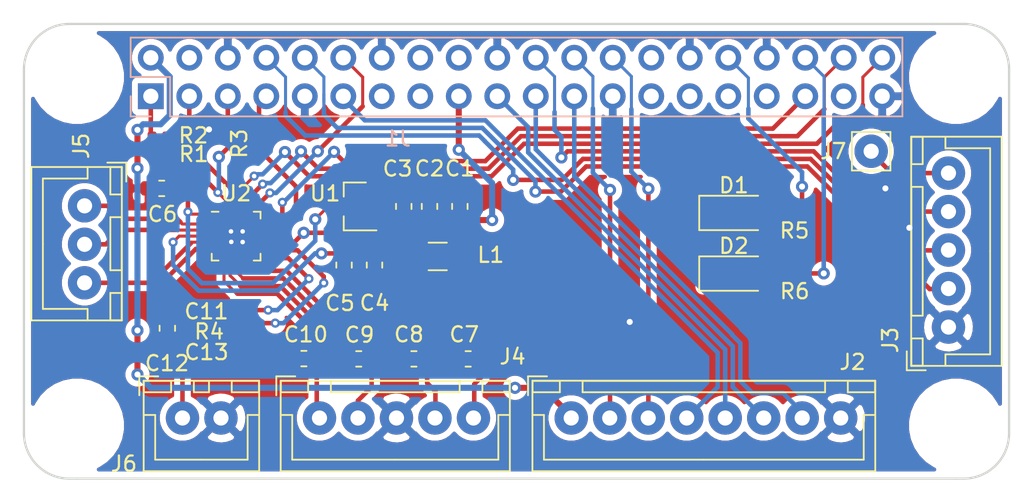
<source format=kicad_pcb>
(kicad_pcb (version 20171130) (host pcbnew "(5.1.6)-1")
  (title_block (title "Raspberry Pi Zero (W) uHAT Template Board") (date 2019-02-28) (rev 1.0) (comment 1 "This PCB design is licensed under MIT Open Source License."))
  (layers (0 F.Cu signal) (31 B.Cu signal) (34 B.Paste user) (35 F.Paste user) (36 B.SilkS user) (37 F.SilkS user) (38 B.Mask user) (39 F.Mask user) (44 Edge.Cuts user))
  (net 0 "")
  (net 1 +3V3)
  (net 2 +5V)
  (net 3 GND)
  (net 4 /GPIO27_GEN2)
  (net 5 /GPIO22_GEN3)
  (net 6 /GPIO23_GEN4)
  (net 7 /GPIO24_GEN5)
  (net 8 /ID_SD)
  (net 9 /ID_SC)
  (net 10 /GPIO5)
  (net 11 /GPIO6)
  (net 12 /GPIO13)
  (net 13 /GPIO26)
  (net 14 TFT_CD)
  (net 15 MOSI)
  (net 16 MISO)
  (net 17 SCLK)
  (net 18 LED_CS)
  (net 19 TOUCH_CS)
  (net 20 "Net-(C4-Pad1)")
  (net 21 "Net-(C6-Pad1)")
  (net 22 "Net-(C7-Pad1)")
  (net 23 LINEIN_L)
  (net 24 LINEIN_R)
  (net 25 "Net-(C8-Pad1)")
  (net 26 "Net-(C9-Pad1)")
  (net 27 LINEOUT_R)
  (net 28 LINEOUT_L)
  (net 29 "Net-(C10-Pad1)")
  (net 30 "Net-(C11-Pad1)")
  (net 31 MIC_IN)
  (net 32 "Net-(C12-Pad1)")
  (net 33 "Net-(C13-Pad1)")
  (net 34 SDA)
  (net 35 SCL)
  (net 36 SGTL_MCLK)
  (net 37 RPI_TX)
  (net 38 RPI_RX)
  (net 39 SGTL_BLCK)
  (net 40 RPI_READY)
  (net 41 I2S_RX_ACTIVE)
  (net 42 SGTL_FCLK)
  (net 43 I2S_TX_ACTIVE)
  (net 44 SGTL_I2S_OUT)
  (net 45 SGTL_I2S_IN)
  (net 46 RPI_RUN)
  (net 47 HP_GND)
  (net 48 HP_R)
  (net 49 HP_L)
  (net 50 "Net-(R3-Pad2)")
  (net 51 "Net-(D1-Pad2)")
  (net 52 "Net-(D2-Pad2)")
  (module Resistor_SMD:R_0402_1005Metric (layer F.Cu) (at 126.472 98.488)
    (fp_text reference R2 (at 2.24 -0.06) (layer F.SilkS))
    (fp_text value 2.2k)
    (pad 2 smd roundrect (at 0.485 0) (size 0.59 0.64) (layers F.Cu F.Paste F.Mask) (net 34 SDA))
    (pad 1 smd roundrect (at -0.485 0) (size 0.59 0.64) (layers F.Cu F.Paste F.Mask) (net 1 +3V3))
  )
  (module Inductor_SMD:L_1206_3216Metric (layer F.Cu) (at 144.832 106.408 180)
    (fp_text reference L1 (at -3.5 0.1) (layer F.SilkS))
    (fp_text value "Ferrite 600")
    (pad 1 smd roundrect (at -1.4 0 180) (size 1.25 1.75) (layers F.Cu F.Paste F.Mask) (roundrect_rratio 0.2) (net 1 +3V3))
    (pad 2 smd roundrect (at 1.4 0 180) (size 1.25 1.75) (layers F.Cu F.Paste F.Mask) (roundrect_rratio 0.2) (net 20 "Net-(C4-Pad1)"))
  )
  (module lib:PinSocket_2x20_P2.54mm_Vertical_Centered_Anchor (layer B.Cu) (at 125.902 95.838 270)
    (fp_text reference J1 (at 2.8 -16.3) (layer B.SilkS) (effects (justify mirror)))
    (fp_text value GPIO_CONNECTOR)
    (pad 1 thru_hole rect (at 0 0 270) (size 1.7 1.7) (drill 1) (layers *.Cu *.Mask) (net 1 +3V3))
    (pad 2 thru_hole oval (at -2.54 0 270) (size 1.7 1.7) (drill 1) (layers *.Cu *.Mask) (net 2 +5V))
    (pad 3 thru_hole oval (at 0 -2.54 270) (size 1.7 1.7) (drill 1) (layers *.Cu *.Mask) (net 34 SDA))
    (pad 4 thru_hole oval (at -2.54 -2.54 270) (size 1.7 1.7) (drill 1) (layers *.Cu *.Mask) (net 2 +5V))
    (pad 5 thru_hole oval (at 0 -5.08 270) (size 1.7 1.7) (drill 1) (layers *.Cu *.Mask) (net 35 SCL))
    (pad 6 thru_hole oval (at -2.54 -5.08 270) (size 1.7 1.7) (drill 1) (layers *.Cu *.Mask) (net 3 GND))
    (pad 7 thru_hole oval (at 0 -7.62 270) (size 1.7 1.7) (drill 1) (layers *.Cu *.Mask) (net 36 SGTL_MCLK))
    (pad 8 thru_hole oval (at -2.54 -7.62 270) (size 1.7 1.7) (drill 1) (layers *.Cu *.Mask) (net 37 RPI_TX))
    (pad 9 thru_hole oval (at 0 -10.16 270) (size 1.7 1.7) (drill 1) (layers *.Cu *.Mask) (net 3 GND))
    (pad 10 thru_hole oval (at -2.54 -10.16 270) (size 1.7 1.7) (drill 1) (layers *.Cu *.Mask) (net 38 RPI_RX))
    (pad 11 thru_hole oval (at 0 -12.7 270) (size 1.7 1.7) (drill 1) (layers *.Cu *.Mask) (net 14 TFT_CD))
    (pad 12 thru_hole oval (at -2.54 -12.7 270) (size 1.7 1.7) (drill 1) (layers *.Cu *.Mask) (net 39 SGTL_BLCK))
    (pad 13 thru_hole oval (at 0 -15.24 270) (size 1.7 1.7) (drill 1) (layers *.Cu *.Mask) (net 4 /GPIO27_GEN2))
    (pad 14 thru_hole oval (at -2.54 -15.24 270) (size 1.7 1.7) (drill 1) (layers *.Cu *.Mask) (net 3 GND))
    (pad 15 thru_hole oval (at 0 -17.78 270) (size 1.7 1.7) (drill 1) (layers *.Cu *.Mask) (net 5 /GPIO22_GEN3))
    (pad 16 thru_hole oval (at -2.54 -17.78 270) (size 1.7 1.7) (drill 1) (layers *.Cu *.Mask) (net 6 /GPIO23_GEN4))
    (pad 17 thru_hole oval (at 0 -20.32 270) (size 1.7 1.7) (drill 1) (layers *.Cu *.Mask) (net 1 +3V3))
    (pad 18 thru_hole oval (at -2.54 -20.32 270) (size 1.7 1.7) (drill 1) (layers *.Cu *.Mask) (net 7 /GPIO24_GEN5))
    (pad 19 thru_hole oval (at 0 -22.86 270) (size 1.7 1.7) (drill 1) (layers *.Cu *.Mask) (net 15 MOSI))
    (pad 20 thru_hole oval (at -2.54 -22.86 270) (size 1.7 1.7) (drill 1) (layers *.Cu *.Mask) (net 3 GND))
    (pad 21 thru_hole oval (at 0 -25.4 270) (size 1.7 1.7) (drill 1) (layers *.Cu *.Mask) (net 16 MISO))
    (pad 22 thru_hole oval (at -2.54 -25.4 270) (size 1.7 1.7) (drill 1) (layers *.Cu *.Mask) (net 40 RPI_READY))
    (pad 23 thru_hole oval (at 0 -27.94 270) (size 1.7 1.7) (drill 1) (layers *.Cu *.Mask) (net 17 SCLK))
    (pad 24 thru_hole oval (at -2.54 -27.94 270) (size 1.7 1.7) (drill 1) (layers *.Cu *.Mask) (net 18 LED_CS))
    (pad 25 thru_hole oval (at 0 -30.48 270) (size 1.7 1.7) (drill 1) (layers *.Cu *.Mask) (net 3 GND))
    (pad 26 thru_hole oval (at -2.54 -30.48 270) (size 1.7 1.7) (drill 1) (layers *.Cu *.Mask) (net 19 TOUCH_CS))
    (pad 27 thru_hole oval (at 0 -33.02 270) (size 1.7 1.7) (drill 1) (layers *.Cu *.Mask) (net 8 /ID_SD))
    (pad 28 thru_hole oval (at -2.54 -33.02 270) (size 1.7 1.7) (drill 1) (layers *.Cu *.Mask) (net 9 /ID_SC))
    (pad 29 thru_hole oval (at 0 -35.56 270) (size 1.7 1.7) (drill 1) (layers *.Cu *.Mask) (net 10 /GPIO5))
    (pad 30 thru_hole oval (at -2.54 -35.56 270) (size 1.7 1.7) (drill 1) (layers *.Cu *.Mask) (net 3 GND))
    (pad 31 thru_hole oval (at 0 -38.1 270) (size 1.7 1.7) (drill 1) (layers *.Cu *.Mask) (net 11 /GPIO6))
    (pad 32 thru_hole oval (at -2.54 -38.1 270) (size 1.7 1.7) (drill 1) (layers *.Cu *.Mask) (net 41 I2S_RX_ACTIVE))
    (pad 33 thru_hole oval (at 0 -40.64 270) (size 1.7 1.7) (drill 1) (layers *.Cu *.Mask) (net 12 /GPIO13))
    (pad 34 thru_hole oval (at -2.54 -40.64 270) (size 1.7 1.7) (drill 1) (layers *.Cu *.Mask) (net 3 GND))
    (pad 35 thru_hole oval (at 0 -43.18 270) (size 1.7 1.7) (drill 1) (layers *.Cu *.Mask) (net 42 SGTL_FCLK))
    (pad 36 thru_hole oval (at -2.54 -43.18 270) (size 1.7 1.7) (drill 1) (layers *.Cu *.Mask) (net 43 I2S_TX_ACTIVE))
    (pad 37 thru_hole oval (at 0 -45.72 270) (size 1.7 1.7) (drill 1) (layers *.Cu *.Mask) (net 13 /GPIO26))
    (pad 38 thru_hole oval (at -2.54 -45.72 270) (size 1.7 1.7) (drill 1) (layers *.Cu *.Mask) (net 44 SGTL_I2S_OUT))
    (pad 39 thru_hole oval (at 0 -48.26 270) (size 1.7 1.7) (drill 1) (layers *.Cu *.Mask) (net 3 GND))
    (pad 40 thru_hole oval (at -2.54 -48.26 270) (size 1.7 1.7) (drill 1) (layers *.Cu *.Mask) (net 45 SGTL_I2S_IN))
  )
  (module lib:MountingHole_2.7mm_M2.5_uHAT_RPi (layer F.Cu) (at 121.032 94.568)
    (fp_text reference H1 hide)
    (fp_text value MountingHole hide)
    (pad "" np_thru_hole circle (at 0 0) (size 2.7 2.7) (drill 2.7) (layers *.Cu *.Mask) (clearance 1.75))
  )
  (module lib:MountingHole_2.7mm_M2.5_uHAT_RPi (layer F.Cu) (at 179.032 94.568)
    (fp_text reference H2 hide)
    (fp_text value MountingHole hide)
    (pad "" np_thru_hole circle (at 0 0) (size 2.7 2.7) (drill 2.7) (layers *.Cu *.Mask) (clearance 1.75))
  )
  (module lib:MountingHole_2.7mm_M2.5_uHAT_RPi (layer F.Cu) (at 179.032 117.568)
    (fp_text reference H3 hide)
    (fp_text value MountingHole hide)
    (pad "" np_thru_hole circle (at 0 0) (size 2.7 2.7) (drill 2.7) (layers *.Cu *.Mask) (clearance 1.75))
  )
  (module lib:MountingHole_2.7mm_M2.5_uHAT_RPi (layer F.Cu) (at 121.032 117.568)
    (fp_text reference H4 hide)
    (fp_text value MountingHole hide)
    (pad "" np_thru_hole circle (at 0 0) (size 2.7 2.7) (drill 2.7) (layers *.Cu *.Mask) (clearance 1.75))
  )
  (module 0_my_footprints:myJSTx08 (layer F.Cu) (at 153.642 117.068)
    (fp_text reference J2 (at 18.56 -3.69) (layer F.SilkS))
    (fp_text value display)
    (pad 1 thru_hole circle (at 0 0) (size 2.2 2.2) (drill 1) (layers *.Cu *.Mask) (net 2 +5V))
    (pad 2 thru_hole circle (at 2.54 0) (size 2.2 2.2) (drill 1) (layers *.Cu *.Mask) (net 18 LED_CS))
    (pad 3 thru_hole circle (at 5.08 0) (size 2.2 2.2) (drill 1) (layers *.Cu *.Mask) (net 19 TOUCH_CS))
    (pad 4 thru_hole circle (at 7.62 0) (size 2.2 2.2) (drill 1) (layers *.Cu *.Mask) (net 14 TFT_CD))
    (pad 5 thru_hole circle (at 10.16 0) (size 2.2 2.2) (drill 1) (layers *.Cu *.Mask) (net 15 MOSI))
    (pad 6 thru_hole circle (at 12.7 0) (size 2.2 2.2) (drill 1) (layers *.Cu *.Mask) (net 16 MISO))
    (pad 7 thru_hole circle (at 15.24 0) (size 2.2 2.2) (drill 1) (layers *.Cu *.Mask) (net 17 SCLK))
    (pad 8 thru_hole circle (at 17.78 0) (size 2.2 2.2) (drill 1) (layers *.Cu *.Mask) (net 3 GND))
  )
  (module Capacitor_SMD:C_0603_1608Metric_Pad1.05x0.95mm_HandSolder (layer F.Cu) (at 146.292 103.108 90)
    (fp_text reference C1 (at 2.5 0 180) (layer F.SilkS))
    (fp_text value 2.2uf)
    (pad 1 smd roundrect (at -0.875 0 90) (size 1.05 0.95) (layers F.Cu F.Paste F.Mask) (net 1 +3V3))
    (pad 2 smd roundrect (at 0.875 0 90) (size 1.05 0.95) (layers F.Cu F.Paste F.Mask) (net 3 GND))
  )
  (module Capacitor_SMD:C_0603_1608Metric_Pad1.05x0.95mm_HandSolder (layer F.Cu) (at 144.292 103.108 90)
    (fp_text reference C2 (at 2.5 0 180) (layer F.SilkS))
    (fp_text value 0.1uf)
    (pad 2 smd roundrect (at 0.875 0 90) (size 1.05 0.95) (layers F.Cu F.Paste F.Mask) (net 3 GND))
    (pad 1 smd roundrect (at -0.875 0 90) (size 1.05 0.95) (layers F.Cu F.Paste F.Mask) (net 1 +3V3))
  )
  (module Capacitor_SMD:C_0603_1608Metric_Pad1.05x0.95mm_HandSolder (layer F.Cu) (at 142.592 103.108 90)
    (fp_text reference C3 (at 2.49 -0.41 180) (layer F.SilkS))
    (fp_text value 0.1uf)
    (pad 1 smd roundrect (at -0.875 0 90) (size 1.05 0.95) (layers F.Cu F.Paste F.Mask) (net 1 +3V3))
    (pad 2 smd roundrect (at 0.875 0 90) (size 1.05 0.95) (layers F.Cu F.Paste F.Mask) (net 3 GND))
  )
  (module Capacitor_SMD:C_0603_1608Metric_Pad1.05x0.95mm_HandSolder (layer F.Cu) (at 140.662 106.978 270)
    (fp_text reference C4 (at 2.5 0 180) (layer F.SilkS))
    (fp_text value 2.2uf)
    (pad 1 smd roundrect (at -0.875 0 270) (size 1.05 0.95) (layers F.Cu F.Paste F.Mask) (net 20 "Net-(C4-Pad1)"))
    (pad 2 smd roundrect (at 0.875 0 270) (size 1.05 0.95) (layers F.Cu F.Paste F.Mask) (net 3 GND))
  )
  (module Capacitor_SMD:C_0603_1608Metric_Pad1.05x0.95mm_HandSolder (layer F.Cu) (at 138.652 106.978 270)
    (fp_text reference C5 (at 2.51 0.27 180) (layer F.SilkS))
    (fp_text value 0.1uf)
    (pad 2 smd roundrect (at 0.875 0 270) (size 1.05 0.95) (layers F.Cu F.Paste F.Mask) (net 3 GND))
    (pad 1 smd roundrect (at -0.875 0 270) (size 1.05 0.95) (layers F.Cu F.Paste F.Mask) (net 20 "Net-(C4-Pad1)"))
  )
  (module Capacitor_SMD:C_0603_1608Metric_Pad1.05x0.95mm_HandSolder (layer F.Cu) (at 126.622 101.918 180)
    (fp_text reference C6 (at -0.05 -1.7) (layer F.SilkS))
    (fp_text value 2.2uf)
    (pad 2 smd roundrect (at 0.875 0 180) (size 1.05 0.95) (layers F.Cu F.Paste F.Mask) (net 3 GND))
    (pad 1 smd roundrect (at -0.875 0 180) (size 1.05 0.95) (layers F.Cu F.Paste F.Mask) (net 21 "Net-(C6-Pad1)"))
  )
  (module Capacitor_SMD:C_0603_1608Metric_Pad1.05x0.95mm_HandSolder (layer F.Cu) (at 146.842 113.168)
    (fp_text reference C7 (at -0.26 -1.61) (layer F.SilkS))
    (fp_text value 2.2uf)
    (pad 1 smd roundrect (at -0.875 0) (size 1.05 0.95) (layers F.Cu F.Paste F.Mask) (net 22 "Net-(C7-Pad1)"))
    (pad 2 smd roundrect (at 0.875 0) (size 1.05 0.95) (layers F.Cu F.Paste F.Mask) (net 23 LINEIN_L))
  )
  (module Capacitor_SMD:C_0603_1608Metric_Pad1.05x0.95mm_HandSolder (layer F.Cu) (at 143.262 113.168)
    (fp_text reference C8 (at -0.33 -1.61) (layer F.SilkS))
    (fp_text value 2.2uf)
    (pad 2 smd roundrect (at 0.875 0) (size 1.05 0.95) (layers F.Cu F.Paste F.Mask) (net 24 LINEIN_R))
    (pad 1 smd roundrect (at -0.875 0) (size 1.05 0.95) (layers F.Cu F.Paste F.Mask) (net 25 "Net-(C8-Pad1)"))
  )
  (module Capacitor_SMD:C_0603_1608Metric_Pad1.05x0.95mm_HandSolder (layer F.Cu) (at 139.622 113.168)
    (fp_text reference C9 (at 0.05 -1.59) (layer F.SilkS))
    (fp_text value 2.2uf)
    (pad 1 smd roundrect (at -0.875 0) (size 1.05 0.95) (layers F.Cu F.Paste F.Mask) (net 26 "Net-(C9-Pad1)"))
    (pad 2 smd roundrect (at 0.875 0) (size 1.05 0.95) (layers F.Cu F.Paste F.Mask) (net 28 LINEOUT_L))
  )
  (module Capacitor_SMD:C_0603_1608Metric_Pad1.05x0.95mm_HandSolder (layer F.Cu) (at 136.002 113.148)
    (fp_text reference C10 (at 0.13 -1.59) (layer F.SilkS))
    (fp_text value 2.2uf)
    (pad 2 smd roundrect (at 0.875 0) (size 1.05 0.95) (layers F.Cu F.Paste F.Mask) (net 27 LINEOUT_R))
    (pad 1 smd roundrect (at -0.875 0) (size 1.05 0.95) (layers F.Cu F.Paste F.Mask) (net 29 "Net-(C10-Pad1)"))
  )
  (module Capacitor_SMD:C_0603_1608Metric_Pad1.05x0.95mm_HandSolder (layer F.Cu) (at 126.992 111.148 270)
    (fp_text reference C12 (at 2.31 0.02 180) (layer F.SilkS))
    (fp_text value 0.15uf)
    (pad 2 smd roundrect (at 0.875 0 270) (size 1.05 0.95) (layers F.Cu F.Paste F.Mask) (net 3 GND))
    (pad 1 smd roundrect (at -0.875 0 270) (size 1.05 0.95) (layers F.Cu F.Paste F.Mask) (net 32 "Net-(C12-Pad1)"))
  )
  (module 0_my_footprints:myJSTx05 (layer F.Cu) (at 178.532 111.068 90)
    (fp_text reference J3 (at -0.86 -3.84 90) (layer F.SilkS))
    (fp_text value esp32)
    (pad 1 thru_hole circle (at 0 0 90) (size 2.2 2.2) (drill 1) (layers *.Cu *.Mask) (net 3 GND))
    (pad 2 thru_hole circle (at 2.54 0 90) (size 2.2 2.2) (drill 1) (layers *.Cu *.Mask) (net 38 RPI_RX))
    (pad 3 thru_hole circle (at 5.08 0 90) (size 2.2 2.2) (drill 1) (layers *.Cu *.Mask) (net 37 RPI_TX))
    (pad 4 thru_hole circle (at 7.62 0 90) (size 2.2 2.2) (drill 1) (layers *.Cu *.Mask) (net 40 RPI_READY))
    (pad 5 thru_hole circle (at 10.16 0 90) (size 2.2 2.2) (drill 1) (layers *.Cu *.Mask) (net 46 RPI_RUN))
  )
  (module 0_my_footprints:myJSTx05 (layer F.Cu) (at 137.032 117.068)
    (fp_text reference J4 (at 12.74 -4.05) (layer F.SilkS))
    (fp_text value audio)
    (pad 5 thru_hole circle (at 10.16 0) (size 2.2 2.2) (drill 1) (layers *.Cu *.Mask) (net 23 LINEIN_L))
    (pad 4 thru_hole circle (at 7.62 0) (size 2.2 2.2) (drill 1) (layers *.Cu *.Mask) (net 24 LINEIN_R))
    (pad 3 thru_hole circle (at 5.08 0) (size 2.2 2.2) (drill 1) (layers *.Cu *.Mask) (net 3 GND))
    (pad 2 thru_hole circle (at 2.54 0) (size 2.2 2.2) (drill 1) (layers *.Cu *.Mask) (net 28 LINEOUT_L))
    (pad 1 thru_hole circle (at 0 0) (size 2.2 2.2) (drill 1) (layers *.Cu *.Mask) (net 27 LINEOUT_R))
  )
  (module 0_my_footprints:myJSTx03 (layer F.Cu) (at 121.532 103.068 270)
    (fp_text reference J5 (at -3.95 0.22 90) (layer F.SilkS))
    (fp_text value HP)
    (pad 1 thru_hole circle (at 0 0 270) (size 2.2 2.2) (drill 1) (layers *.Cu *.Mask) (net 48 HP_R))
    (pad 2 thru_hole circle (at 2.54 0 270) (size 2.2 2.2) (drill 1) (layers *.Cu *.Mask) (net 47 HP_GND))
    (pad 3 thru_hole circle (at 5.08 0 270) (size 2.2 2.2) (drill 1) (layers *.Cu *.Mask) (net 49 HP_L))
  )
  (module 0_my_footprints:myJSTx02 (layer F.Cu) (at 127.992 117.068)
    (fp_text reference J6 (at -3.86 3.02) (layer F.SilkS))
    (fp_text value mic)
    (pad 1 thru_hole circle (at 0 0) (size 2.2 2.2) (drill 1) (layers *.Cu *.Mask) (net 31 MIC_IN))
    (pad 2 thru_hole circle (at 2.54 0) (size 2.2 2.2) (drill 1) (layers *.Cu *.Mask) (net 3 GND))
  )
  (module 0_my_footprints:myPinHeader_1x01 (layer F.Cu) (at 173.432 99.468)
    (fp_text reference J7 (at -2.5 0) (layer F.SilkS))
    (fp_text value RPI_RUN)
    (pad 1 thru_hole circle (at 0 0) (size 2.2 2.2) (drill 1) (layers *.Cu *.Mask) (net 46 RPI_RUN))
  )
  (module Package_DFN_QFN:QFN-20-1EP_3x3mm_P0.4mm_EP1.65x1.65mm (layer F.Cu) (at 131.532 105.068)
    (fp_text reference U2 (at 0 -2.82) (layer F.SilkS))
    (fp_text value pauls_sgtl_5000_20)
    (pad 1 smd roundrect (at -1.45 -0.8) (size 0.85 0.2) (layers F.Cu F.Paste F.Mask) (net 48 HP_R))
    (pad 2 smd roundrect (at -1.45 -0.4) (size 0.85 0.2) (layers F.Cu F.Paste F.Mask) (net 47 HP_GND))
    (pad 3 smd roundrect (at -1.45 0) (size 0.85 0.2) (layers F.Cu F.Paste F.Mask) (net 20 "Net-(C4-Pad1)"))
    (pad 4 smd roundrect (at -1.45 0.4) (size 0.85 0.2) (layers F.Cu F.Paste F.Mask) (net 49 HP_L))
    (pad 5 smd roundrect (at -1.45 0.8) (size 0.85 0.2) (layers F.Cu F.Paste F.Mask) (net 32 "Net-(C12-Pad1)"))
    (pad 6 smd roundrect (at -0.8 1.45) (size 0.2 0.85) (layers F.Cu F.Paste F.Mask) (net 29 "Net-(C10-Pad1)"))
    (pad 7 smd roundrect (at -0.4 1.45) (size 0.2 0.85) (layers F.Cu F.Paste F.Mask) (net 26 "Net-(C9-Pad1)"))
    (pad 8 smd roundrect (at 0 1.45) (size 0.2 0.85) (layers F.Cu F.Paste F.Mask) (net 25 "Net-(C8-Pad1)"))
    (pad 9 smd roundrect (at 0.4 1.45) (size 0.2 0.85) (layers F.Cu F.Paste F.Mask) (net 22 "Net-(C7-Pad1)"))
    (pad 10 smd roundrect (at 0.8 1.45) (size 0.2 0.85) (layers F.Cu F.Paste F.Mask) (net 30 "Net-(C11-Pad1)"))
    (pad 11 smd roundrect (at 1.45 0.8) (size 0.85 0.2) (layers F.Cu F.Paste F.Mask) (net 33 "Net-(C13-Pad1)"))
    (pad 12 smd roundrect (at 1.45 0.4) (size 0.85 0.2) (layers F.Cu F.Paste F.Mask) (net 1 +3V3))
    (pad 13 smd roundrect (at 1.45 0) (size 0.85 0.2) (layers F.Cu F.Paste F.Mask) (net 50 "Net-(R3-Pad2)"))
    (pad 14 smd roundrect (at 1.45 -0.4) (size 0.85 0.2) (layers F.Cu F.Paste F.Mask) (net 42 SGTL_FCLK))
    (pad 15 smd roundrect (at 1.45 -0.8) (size 0.85 0.2) (layers F.Cu F.Paste F.Mask) (net 39 SGTL_BLCK))
    (pad 16 smd roundrect (at 0.8 -1.45) (size 0.2 0.85) (layers F.Cu F.Paste F.Mask) (net 44 SGTL_I2S_OUT))
    (pad 17 smd roundrect (at 0.4 -1.45) (size 0.2 0.85) (layers F.Cu F.Paste F.Mask) (net 45 SGTL_I2S_IN))
    (pad 18 smd roundrect (at 0 -1.45) (size 0.2 0.85) (layers F.Cu F.Paste F.Mask) (net 34 SDA))
    (pad 19 smd roundrect (at -0.4 -1.45) (size 0.2 0.85) (layers F.Cu F.Paste F.Mask) (net 35 SCL))
    (pad 20 smd roundrect (at -0.8 -1.45) (size 0.2 0.85) (layers F.Cu F.Paste F.Mask) (net 21 "Net-(C6-Pad1)"))
    (pad 21 smd rect (at 0 0) (size 1.65 1.65) (layers F.Cu F.Mask) (net 3 GND))
  )
  (module Package_TO_SOT_SMD:SOT-23 (layer F.Cu) (at 139.392 103.108 180)
    (fp_text reference U1 (at 1.99 0.85) (layer F.SilkS))
    (fp_text value AP7313-18)
    (pad 1 smd rect (at -1 -0.95 180) (size 0.9 0.8) (layers F.Cu F.Paste F.Mask) (net 1 +3V3))
    (pad 2 smd rect (at -1 0.95 180) (size 0.9 0.8) (layers F.Cu F.Paste F.Mask) (net 3 GND))
    (pad 3 smd rect (at 1 0 180) (size 0.9 0.8) (layers F.Cu F.Paste F.Mask) (net 21 "Net-(C6-Pad1)"))
  )
  (module Capacitor_SMD:C_0402_1005Metric (layer F.Cu) (at 131.997 109.948 180)
    (fp_text reference C11 (at 2.425 -0.09) (layer F.SilkS))
    (fp_text value 0.1uf)
    (pad 1 smd roundrect (at -0.485 0 180) (size 0.59 0.64) (layers F.Cu F.Paste F.Mask) (net 30 "Net-(C11-Pad1)"))
    (pad 2 smd roundrect (at 0.485 0 180) (size 0.59 0.64) (layers F.Cu F.Paste F.Mask) (net 31 MIC_IN))
  )
  (module Capacitor_SMD:C_0402_1005Metric (layer F.Cu) (at 132.002 112.608 180)
    (fp_text reference C13 (at 2.42 -0.12) (layer F.SilkS))
    (fp_text value 2.2uf)
    (pad 2 smd roundrect (at 0.485 0 180) (size 0.59 0.64) (layers F.Cu F.Paste F.Mask) (net 3 GND))
    (pad 1 smd roundrect (at -0.485 0 180) (size 0.59 0.64) (layers F.Cu F.Paste F.Mask) (net 33 "Net-(C13-Pad1)"))
  )
  (module LED_SMD:LED_1206_3216Metric (layer F.Cu) (at 164.372 103.538)
    (fp_text reference D1 (at 0 -1.82) (layer F.SilkS))
    (fp_text value LED)
    (pad 2 smd roundrect (at 1.4 0) (size 1.25 1.75) (layers F.Cu F.Paste F.Mask) (roundrect_rratio 0.2) (net 51 "Net-(D1-Pad2)"))
    (pad 1 smd roundrect (at -1.4 0) (size 1.25 1.75) (layers F.Cu F.Paste F.Mask) (roundrect_rratio 0.2) (net 3 GND))
  )
  (module LED_SMD:LED_1206_3216Metric (layer F.Cu) (at 164.372 107.538)
    (fp_text reference D2 (at 0 -1.82) (layer F.SilkS))
    (fp_text value LED)
    (pad 1 smd roundrect (at -1.4 0) (size 1.25 1.75) (layers F.Cu F.Paste F.Mask) (roundrect_rratio 0.2) (net 3 GND))
    (pad 2 smd roundrect (at 1.4 0) (size 1.25 1.75) (layers F.Cu F.Paste F.Mask) (roundrect_rratio 0.2) (net 52 "Net-(D2-Pad2)"))
  )
  (module Resistor_SMD:R_0402_1005Metric (layer F.Cu) (at 126.462 99.668)
    (fp_text reference R1 (at 2.27 -0.01) (layer F.SilkS))
    (fp_text value 2.2k)
    (pad 2 smd roundrect (at 0.485 0) (size 0.59 0.64) (layers F.Cu F.Paste F.Mask) (net 35 SCL))
    (pad 1 smd roundrect (at -0.485 0) (size 0.59 0.64) (layers F.Cu F.Paste F.Mask) (net 1 +3V3))
  )
  (module Resistor_SMD:R_0402_1005Metric (layer F.Cu) (at 133.002 98.818 270)
    (fp_text reference R3 (at 0.15 1.26 90) (layer F.SilkS))
    (fp_text value 100)
    (pad 1 smd roundrect (at -0.485 0 270) (size 0.59 0.64) (layers F.Cu F.Paste F.Mask) (net 36 SGTL_MCLK))
    (pad 2 smd roundrect (at 0.485 0 270) (size 0.59 0.64) (layers F.Cu F.Paste F.Mask) (net 50 "Net-(R3-Pad2)"))
  )
  (module Resistor_SMD:R_0402_1005Metric (layer F.Cu) (at 132.012 111.238 180)
    (fp_text reference R4 (at 2.26 -0.13) (layer F.SilkS))
    (fp_text value 2.2k)
    (pad 1 smd roundrect (at -0.485 0 180) (size 0.59 0.64) (layers F.Cu F.Paste F.Mask) (net 33 "Net-(C13-Pad1)"))
    (pad 2 smd roundrect (at 0.485 0 180) (size 0.59 0.64) (layers F.Cu F.Paste F.Mask) (net 31 MIC_IN))
  )
  (module Resistor_SMD:R_0402_1005Metric (layer F.Cu) (at 168.372 103.538 180)
    (fp_text reference R5 (at 0 -1.17) (layer F.SilkS))
    (fp_text value 2.2k)
    (pad 2 smd roundrect (at 0.485 0 180) (size 0.59 0.64) (layers F.Cu F.Paste F.Mask) (net 51 "Net-(D1-Pad2)"))
    (pad 1 smd roundrect (at -0.485 0 180) (size 0.59 0.64) (layers F.Cu F.Paste F.Mask) (net 41 I2S_RX_ACTIVE))
  )
  (module Resistor_SMD:R_0402_1005Metric (layer F.Cu) (at 168.387 107.538 180)
    (fp_text reference R6 (at 0 -1.17) (layer F.SilkS))
    (fp_text value 2.2k)
    (pad 1 smd roundrect (at -0.485 0 180) (size 0.59 0.64) (layers F.Cu F.Paste F.Mask) (net 43 I2S_TX_ACTIVE))
    (pad 2 smd roundrect (at 0.485 0 180) (size 0.59 0.64) (layers F.Cu F.Paste F.Mask) (net 52 "Net-(D2-Pad2)"))
  )
  (gr_line (start 121.032 121.068) (end 120.532 121.068) (layer Edge.Cuts) (width 0.15))
  (gr_line (start 179.032 121.068) (end 179.532 121.068) (layer Edge.Cuts) (width 0.15))
  (gr_line (start 182.532 94.068) (end 182.532 118.068) (layer Edge.Cuts) (width 0.15))
  (gr_line (start 120.532 91.068) (end 179.532 91.068) (layer Edge.Cuts) (width 0.15))
  (gr_line (start 117.532 118.068) (end 117.532 94.068) (layer Edge.Cuts) (width 0.15))
  (gr_arc (start 120.532 94.068) (end 120.532 91.068) (angle -90) (layer Edge.Cuts) (width 0.15))
  (gr_arc (start 120.532 118.068) (end 117.532 118.068) (angle -90) (layer Edge.Cuts) (width 0.15))
  (gr_arc (start 179.532 118.068) (end 179.532 121.068) (angle -90) (layer Edge.Cuts) (width 0.15))
  (gr_arc (start 179.532 94.068) (end 182.532 94.068) (angle -90) (layer Edge.Cuts) (width 0.15))
  (gr_line (start 121.032 121.068) (end 179.032 121.068) (layer Edge.Cuts) (width 0.15))
  (via (at 131.962 105.458) (size 0.6) (drill 0.3) (layers F.Cu B.Cu) (net 3))
  (via (at 131.212 105.448) (size 0.6) (drill 0.3) (layers F.Cu B.Cu) (net 3))
  (via (at 131.962 104.758) (size 0.6) (drill 0.3) (layers F.Cu B.Cu) (net 3))
  (via (at 131.192 104.758) (size 0.6) (drill 0.3) (layers F.Cu B.Cu) (net 3))
  (segment (start 146.222 99.368) (end 146.222 99.368) (width 0.3) (layer F.Cu) (net 1))
  (via (at 146.222 99.368) (size 0.8) (drill 0.4) (layers F.Cu B.Cu) (net 1))
  (segment (start 125.977 98.533) (end 125.992 98.518) (width 0.2) (layer F.Cu) (net 1))
  (segment (start 135.992 104.848) (end 135.992 104.848) (width 0.2) (layer F.Cu) (net 1))
  (segment (start 146.292 106.298) (end 146.312 106.318) (width 0.2) (layer F.Cu) (net 1))
  (segment (start 125.902 95.838) (end 125.902 99.718) (width 0.3) (layer F.Cu) (net 1))
  (segment (start 125.902 99.718) (end 125.932 99.748) (width 0.3) (layer F.Cu) (net 1))
  (segment (start 135.992 104.848) (end 135.992 104.848) (width 0.3) (layer F.Cu) (net 1))
  (segment (start 135.372 105.468) (end 134.672 105.468) (width 0.3) (layer F.Cu) (net 1))
  (segment (start 132.982 105.468) (end 134.672 105.468) (width 0.2) (layer F.Cu) (net 1))
  (segment (start 135.992 104.848) (end 135.372 105.468) (width 0.3) (layer F.Cu) (net 1))
  (via (at 135.992 104.848) (size 0.8) (drill 0.4) (layers F.Cu B.Cu) (net 1))
  (segment (start 135.992 104.848) (end 138.282 104.848) (width 0.3) (layer F.Cu) (net 1))
  (segment (start 138.282 104.848) (end 139.082 104.048) (width 0.3) (layer F.Cu) (net 1))
  (segment (start 139.082 104.048) (end 146.312 104.048) (width 0.3) (layer F.Cu) (net 1))
  (segment (start 146.292 103.983) (end 146.292 106.168) (width 0.3) (layer F.Cu) (net 1))
  (segment (start 146.292 106.168) (end 146.282 106.178) (width 0.3) (layer F.Cu) (net 1))
  (segment (start 146.222 95.838) (end 146.222 99.368) (width 0.4) (layer F.Cu) (net 1))
  (segment (start 146.222 99.368) (end 148.422 101.568) (width 0.4) (layer B.Cu) (net 1))
  (segment (start 148.422 101.568) (end 148.422 104.008) (width 0.4) (layer B.Cu) (net 1))
  (segment (start 148.422 104.008) (end 148.422 104.008) (width 0.4) (layer B.Cu) (net 1))
  (via (at 148.422 104.008) (size 0.8) (drill 0.4) (layers F.Cu B.Cu) (net 1))
  (segment (start 148.422 104.008) (end 146.302 104.008) (width 0.4) (layer F.Cu) (net 1))
  (segment (start 151.782 115.078) (end 153.742 117.038) (width 0.4) (layer F.Cu) (net 2))
  (segment (start 125.022 114.198) (end 125.902 115.078) (width 0.4) (layer B.Cu) (net 2))
  (via (at 125.022 114.198) (size 0.8) (drill 0.4) (layers F.Cu B.Cu) (net 2))
  (segment (start 149.932 115.078) (end 151.782 115.078) (width 0.4) (layer F.Cu) (net 2))
  (via (at 149.932 115.078) (size 0.8) (drill 0.4) (layers F.Cu B.Cu) (net 2))
  (segment (start 125.902 115.078) (end 149.932 115.078) (width 0.4) (layer B.Cu) (net 2))
  (segment (start 127.152001 97.087999) (end 127.152001 94.548001) (width 0.4) (layer B.Cu) (net 2))
  (segment (start 126.552 97.688) (end 127.152001 97.087999) (width 0.4) (layer B.Cu) (net 2))
  (segment (start 125.392 97.688) (end 126.552 97.688) (width 0.4) (layer B.Cu) (net 2))
  (segment (start 127.152001 94.548001) (end 125.902 93.298) (width 0.4) (layer B.Cu) (net 2))
  (segment (start 125.022 98.058) (end 125.392 97.688) (width 0.4) (layer B.Cu) (net 2))
  (segment (start 125.022 114.198) (end 125.022 111.288) (width 0.4) (layer F.Cu) (net 2))
  (segment (start 125.022 100.588) (end 125.022 98.058) (width 0.4) (layer F.Cu) (net 2))
  (via (at 125.022 100.588) (size 0.8) (drill 0.4) (layers F.Cu B.Cu) (net 2))
  (segment (start 125.022 111.288) (end 125.022 100.588) (width 0.4) (layer B.Cu) (net 2))
  (via (at 125.022 111.288) (size 0.8) (drill 0.4) (layers F.Cu B.Cu) (net 2))
  (segment (start 125.022 98.058) (end 125.022 98.058) (width 0.4) (layer B.Cu) (net 2))
  (via (at 125.022 98.058) (size 0.8) (drill 0.4) (layers F.Cu B.Cu) (net 2))
  (via (at 157.502 110.728) (size 0.8) (drill 0.4) (layers F.Cu B.Cu) (net 3))
  (via (at 174.372 101.918) (size 0.8) (drill 0.4) (layers F.Cu B.Cu) (net 3))
  (via (at 129.742 98.028) (size 0.8) (drill 0.4) (layers F.Cu B.Cu) (net 3))
  (via (at 175.952 104.518) (size 0.8) (drill 0.4) (layers F.Cu B.Cu) (net 3))
  (segment (start 140.022 97.428) (end 138.682 96.088) (width 0.3) (layer B.Cu) (net 14))
  (segment (start 147.982 97.428) (end 140.022 97.428) (width 0.3) (layer B.Cu) (net 14))
  (segment (start 161.262 117.068) (end 163.30199 115.02801) (width 0.3) (layer B.Cu) (net 14))
  (segment (start 163.30199 115.02801) (end 163.30199 112.754232) (width 0.3) (layer B.Cu) (net 14))
  (segment (start 163.30199 112.754232) (end 149.962 99.414242) (width 0.3) (layer B.Cu) (net 14))
  (segment (start 149.962 99.414242) (end 149.962 99.408) (width 0.3) (layer B.Cu) (net 14))
  (segment (start 149.962 99.408) (end 147.982 97.428) (width 0.3) (layer B.Cu) (net 14))
  (segment (start 163.822 117.108) (end 163.822 116.238) (width 0.2) (layer B.Cu) (net 15))
  (segment (start 148.762 95.838) (end 150.182 97.258) (width 0.2) (layer B.Cu) (net 15))
  (segment (start 148.762 95.838) (end 150.80199 97.87799) (width 0.3) (layer B.Cu) (net 15))
  (segment (start 150.80199 99.547112) (end 152.992878 101.738) (width 0.3) (layer B.Cu) (net 15))
  (segment (start 150.80199 97.87799) (end 150.80199 99.547112) (width 0.3) (layer B.Cu) (net 15))
  (segment (start 163.802 112.547122) (end 163.787439 112.532561) (width 0.3) (layer B.Cu) (net 15))
  (segment (start 163.802 117.068) (end 163.802 112.547122) (width 0.3) (layer B.Cu) (net 15))
  (segment (start 152.992878 101.738) (end 163.787439 112.532561) (width 0.3) (layer B.Cu) (net 15))
  (segment (start 151.302 95.838) (end 151.47201 96.00801) (width 0.2) (layer B.Cu) (net 16))
  (segment (start 151.302 95.838) (end 151.302 99.340002) (width 0.3) (layer B.Cu) (net 16))
  (segment (start 166.342 117.068) (end 164.30201 115.02801) (width 0.3) (layer B.Cu) (net 16))
  (segment (start 164.30201 112.340012) (end 164.035999 112.074001) (width 0.3) (layer B.Cu) (net 16))
  (segment (start 164.30201 115.02801) (end 164.30201 112.340012) (width 0.3) (layer B.Cu) (net 16))
  (segment (start 151.302 99.340002) (end 164.035999 112.074001) (width 0.3) (layer B.Cu) (net 16))
  (segment (start 153.842 97.418) (end 153.842 95.838) (width 0.2) (layer B.Cu) (net 17))
  (segment (start 153.842 95.838) (end 153.842 101.128) (width 0.3) (layer B.Cu) (net 17))
  (segment (start 168.832 116.118) (end 168.832 117.228) (width 0.3) (layer B.Cu) (net 17))
  (segment (start 153.842 101.128) (end 154.087 101.373) (width 0.3) (layer B.Cu) (net 17))
  (segment (start 154.087 101.373) (end 159.852 107.138) (width 0.3) (layer B.Cu) (net 17))
  (segment (start 164.252 111.538) (end 164.252 111.582882) (width 0.3) (layer B.Cu) (net 17))
  (segment (start 164.252 111.582882) (end 164.80202 112.132902) (width 0.3) (layer B.Cu) (net 17))
  (segment (start 153.842 101.128) (end 164.252 111.538) (width 0.3) (layer B.Cu) (net 17))
  (segment (start 164.80202 112.132902) (end 164.80202 114.62802) (width 0.3) (layer B.Cu) (net 17))
  (segment (start 164.80202 114.62802) (end 165.592 115.418) (width 0.3) (layer B.Cu) (net 17))
  (segment (start 165.592 115.418) (end 167.612 115.418) (width 0.3) (layer B.Cu) (net 17))
  (segment (start 167.612 115.418) (end 168.692 116.498) (width 0.3) (layer B.Cu) (net 17))
  (segment (start 153.842 93.298) (end 155.072 94.528) (width 0.2) (layer B.Cu) (net 18))
  (segment (start 155.072 98.118) (end 155.072 96.638) (width 0.2) (layer B.Cu) (net 18))
  (segment (start 155.072 94.528) (end 155.072 96.638) (width 0.2) (layer B.Cu) (net 18))
  (segment (start 155.072 96.638) (end 155.072 97.428) (width 0.2) (layer B.Cu) (net 18))
  (segment (start 155.072 96.638) (end 155.072 100.888) (width 0.3) (layer B.Cu) (net 18))
  (segment (start 155.072 100.888) (end 156.202 102.018) (width 0.3) (layer B.Cu) (net 18))
  (segment (start 156.202 102.018) (end 156.202 102.018) (width 0.3) (layer B.Cu) (net 18))
  (via (at 156.202 102.018) (size 0.8) (drill 0.4) (layers F.Cu B.Cu) (net 18))
  (segment (start 156.202 102.018) (end 156.202 117.118) (width 0.3) (layer F.Cu) (net 18))
  (segment (start 156.202 117.118) (end 156.292 117.208) (width 0.3) (layer F.Cu) (net 18))
  (segment (start 156.382 93.298) (end 157.612 94.528) (width 0.2) (layer B.Cu) (net 19))
  (segment (start 157.612 94.528) (end 157.612 96.588) (width 0.2) (layer B.Cu) (net 19))
  (segment (start 157.612 96.698) (end 157.612 97.208) (width 0.2) (layer B.Cu) (net 19))
  (segment (start 157.612 96.698) (end 157.612 100.818) (width 0.3) (layer B.Cu) (net 19))
  (segment (start 157.612 96.588) (end 157.612 96.698) (width 0.2) (layer B.Cu) (net 19))
  (segment (start 157.612 100.818) (end 158.732 101.938) (width 0.3) (layer B.Cu) (net 19))
  (segment (start 158.732 101.938) (end 158.732 101.938) (width 0.3) (layer B.Cu) (net 19))
  (via (at 158.732 101.938) (size 0.8) (drill 0.4) (layers F.Cu B.Cu) (net 19))
  (segment (start 158.732 101.938) (end 158.732 117.208) (width 0.3) (layer F.Cu) (net 19))
  (segment (start 158.732 117.208) (end 158.692 117.248) (width 0.3) (layer F.Cu) (net 19))
  (segment (start 127.372 106.408) (end 127.372 105.468) (width 0.2) (layer B.Cu) (net 20))
  (segment (start 127.372 105.958) (end 127.372 106.408) (width 0.2) (layer B.Cu) (net 20))
  (segment (start 127.372 105.468) (end 127.372 105.268) (width 0.2) (layer B.Cu) (net 20))
  (via (at 127.372 105.468) (size 0.6) (drill 0.3) (layers F.Cu B.Cu) (net 20))
  (segment (start 127.772 105.068) (end 127.372 105.468) (width 0.2) (layer F.Cu) (net 20))
  (segment (start 130.082 105.068) (end 127.772 105.068) (width 0.2) (layer F.Cu) (net 20))
  (segment (start 137.162 106.208) (end 137.162 106.208) (width 0.2) (layer B.Cu) (net 20))
  (segment (start 143.432 106.408) (end 143.362 106.408) (width 0.2) (layer F.Cu) (net 20))
  (segment (start 143.362 106.408) (end 143.162 106.208) (width 0.2) (layer F.Cu) (net 20))
  (segment (start 129.064878 108.667998) (end 129.212 108.667998) (width 0.3) (layer B.Cu) (net 20))
  (segment (start 127.372 105.468) (end 127.372 106.97512) (width 0.3) (layer B.Cu) (net 20))
  (segment (start 127.372 106.97512) (end 129.064878 108.667998) (width 0.3) (layer B.Cu) (net 20))
  (segment (start 134.277736 108.668) (end 136.737736 106.208) (width 0.3) (layer B.Cu) (net 20))
  (segment (start 129.06488 108.668) (end 134.277736 108.668) (width 0.3) (layer B.Cu) (net 20))
  (segment (start 129.01488 108.618) (end 129.06488 108.668) (width 0.3) (layer B.Cu) (net 20))
  (segment (start 136.737736 106.208) (end 137.162 106.208) (width 0.3) (layer B.Cu) (net 20))
  (segment (start 137.162 106.208) (end 137.162 106.208) (width 0.2) (layer B.Cu) (net 20))
  (via (at 137.162 106.208) (size 0.8) (drill 0.4) (layers F.Cu B.Cu) (net 20))
  (segment (start 137.162 106.208) (end 143.472 106.208) (width 0.3) (layer F.Cu) (net 20))
  (segment (start 130.732 103.618) (end 128.502 103.618) (width 0.2) (layer F.Cu) (net 21))
  (segment (start 128.502 103.618) (end 128.352 103.468) (width 0.2) (layer F.Cu) (net 21))
  (segment (start 128.352 103.468) (end 128.352 103.468) (width 0.2) (layer F.Cu) (net 21))
  (via (at 128.352 103.468) (size 0.6) (drill 0.3) (layers F.Cu B.Cu) (net 21))
  (segment (start 136.752 103.958) (end 136.752 103.958) (width 0.2) (layer B.Cu) (net 21))
  (segment (start 136.812 103.898) (end 136.752 103.958) (width 0.2) (layer F.Cu) (net 21))
  (segment (start 136.752 103.958) (end 137.542 103.168) (width 0.2) (layer F.Cu) (net 21))
  (segment (start 137.542 103.168) (end 138.462 103.168) (width 0.2) (layer F.Cu) (net 21))
  (segment (start 138.462 103.168) (end 138.492 103.138) (width 0.2) (layer F.Cu) (net 21))
  (segment (start 128.352 107.248) (end 128.352 103.468) (width 0.3) (layer B.Cu) (net 21))
  (segment (start 129.27199 108.16799) (end 128.352 107.248) (width 0.3) (layer B.Cu) (net 21))
  (segment (start 133.96201 108.16799) (end 129.27199 108.16799) (width 0.3) (layer B.Cu) (net 21))
  (segment (start 136.752 103.958) (end 136.752 105.378) (width 0.3) (layer B.Cu) (net 21))
  (segment (start 136.752 105.378) (end 133.96201 108.16799) (width 0.3) (layer B.Cu) (net 21))
  (segment (start 136.752 103.958) (end 136.752 103.958) (width 0.2) (layer B.Cu) (net 21))
  (via (at 136.752 103.958) (size 0.8) (drill 0.4) (layers F.Cu B.Cu) (net 21))
  (segment (start 128.352 103.468) (end 128.352 102.728) (width 0.3) (layer F.Cu) (net 21))
  (segment (start 128.352 102.728) (end 127.512 101.888) (width 0.3) (layer F.Cu) (net 21))
  (segment (start 145.447 112.583) (end 145.932 113.068) (width 0.2) (layer F.Cu) (net 22))
  (segment (start 145.967 113.168) (end 145.967 112.803) (width 0.3) (layer F.Cu) (net 22))
  (segment (start 131.932 106.518) (end 131.932 107.108) (width 0.2) (layer F.Cu) (net 22))
  (segment (start 131.932 107.108) (end 132.182 107.358) (width 0.2) (layer F.Cu) (net 22))
  (segment (start 145.052 112.248) (end 145.922 113.118) (width 0.3) (layer F.Cu) (net 22))
  (segment (start 145.967 113.163) (end 145.052 112.248) (width 0.3) (layer F.Cu) (net 22))
  (segment (start 145.967 113.168) (end 145.967 113.163) (width 0.3) (layer F.Cu) (net 22))
  (segment (start 136.350999 108.843001) (end 134.865998 107.358) (width 0.3) (layer F.Cu) (net 22))
  (segment (start 136.350999 108.859001) (end 136.350999 108.843001) (width 0.3) (layer F.Cu) (net 22))
  (segment (start 145.052 112.248) (end 143.01912 112.248) (width 0.3) (layer F.Cu) (net 22))
  (segment (start 139.369968 111.80799) (end 139.334978 111.84298) (width 0.3) (layer F.Cu) (net 22))
  (segment (start 143.01912 112.248) (end 142.57911 111.80799) (width 0.3) (layer F.Cu) (net 22))
  (segment (start 134.865998 107.358) (end 132.182 107.358) (width 0.3) (layer F.Cu) (net 22))
  (segment (start 142.57911 111.80799) (end 139.369968 111.80799) (width 0.3) (layer F.Cu) (net 22))
  (segment (start 139.334978 111.84298) (end 136.350999 108.859001) (width 0.3) (layer F.Cu) (net 22))
  (segment (start 147.172 117.008) (end 147.152 117.028) (width 0.2) (layer F.Cu) (net 23))
  (segment (start 147.717 113.168) (end 147.717 114.363) (width 0.3) (layer F.Cu) (net 23))
  (segment (start 147.717 114.363) (end 147.242 114.838) (width 0.3) (layer F.Cu) (net 23))
  (segment (start 147.242 114.838) (end 147.242 117.088) (width 0.3) (layer F.Cu) (net 23))
  (segment (start 144.137 113.168) (end 144.137 114.763) (width 0.3) (layer F.Cu) (net 24))
  (segment (start 144.137 114.763) (end 144.682 115.308) (width 0.3) (layer F.Cu) (net 24))
  (segment (start 144.682 115.308) (end 144.682 117.128) (width 0.3) (layer F.Cu) (net 24))
  (segment (start 131.532 106.518) (end 131.532 107.398) (width 0.2) (layer F.Cu) (net 25))
  (segment (start 131.532 107.398) (end 131.992 107.858) (width 0.2) (layer F.Cu) (net 25))
  (segment (start 142.372 113.168) (end 142.372 113.128) (width 0.3) (layer F.Cu) (net 25))
  (segment (start 142.372 112.308) (end 142.372 113.168) (width 0.3) (layer F.Cu) (net 25))
  (segment (start 139.127868 112.34299) (end 142.33701 112.34299) (width 0.3) (layer F.Cu) (net 25))
  (segment (start 131.992 107.858) (end 134.658878 107.858) (width 0.3) (layer F.Cu) (net 25))
  (segment (start 134.658878 107.858) (end 134.658878 107.874) (width 0.3) (layer F.Cu) (net 25))
  (segment (start 134.658878 107.874) (end 139.127868 112.34299) (width 0.3) (layer F.Cu) (net 25))
  (segment (start 142.33701 112.34299) (end 142.372 112.308) (width 0.3) (layer F.Cu) (net 25))
  (segment (start 131.132 106.518) (end 131.132 107.669398) (width 0.2) (layer F.Cu) (net 26))
  (segment (start 131.132 107.669398) (end 131.133398 107.669398) (width 0.2) (layer F.Cu) (net 26))
  (segment (start 131.133398 107.669398) (end 131.712 108.248) (width 0.2) (layer F.Cu) (net 26))
  (segment (start 131.712 108.248) (end 131.712 108.258) (width 0.2) (layer F.Cu) (net 26))
  (segment (start 131.712 108.258) (end 131.812 108.358) (width 0.2) (layer F.Cu) (net 26))
  (segment (start 134.445758 108.368) (end 138.732 112.654242) (width 0.3) (layer F.Cu) (net 26))
  (segment (start 138.732 112.654242) (end 138.732 113.118) (width 0.3) (layer F.Cu) (net 26))
  (segment (start 131.822 108.368) (end 131.812 108.358) (width 0.3) (layer F.Cu) (net 26))
  (segment (start 134.445758 108.368) (end 131.822 108.368) (width 0.3) (layer F.Cu) (net 26))
  (segment (start 136.877 117.123) (end 136.992 117.238) (width 0.2) (layer F.Cu) (net 27))
  (segment (start 137.032 117.068) (end 137.032 117.038) (width 0.3) (layer F.Cu) (net 27))
  (segment (start 137.032 117.038) (end 136.852 116.858) (width 0.3) (layer F.Cu) (net 27))
  (segment (start 136.852 116.858) (end 136.852 113.078) (width 0.3) (layer F.Cu) (net 27))
  (segment (start 139.572 117.068) (end 139.572 115.918) (width 0.3) (layer F.Cu) (net 28))
  (segment (start 139.572 115.918) (end 140.472 115.018) (width 0.3) (layer F.Cu) (net 28))
  (segment (start 140.472 115.018) (end 140.472 113.178) (width 0.3) (layer F.Cu) (net 28))
  (segment (start 130.732 106.518) (end 130.732 107.835096) (width 0.2) (layer F.Cu) (net 29))
  (segment (start 130.732 107.835096) (end 130.732 108.038) (width 0.2) (layer F.Cu) (net 29))
  (segment (start 130.732 108.038) (end 131.592 108.898) (width 0.2) (layer F.Cu) (net 29))
  (segment (start 134.238648 108.86801) (end 133.55199 108.86801) (width 0.3) (layer F.Cu) (net 29))
  (segment (start 134.238648 108.86801) (end 131.61489 108.86801) (width 0.3) (layer F.Cu) (net 29))
  (segment (start 135.897 112.433) (end 135.927 112.433) (width 0.3) (layer F.Cu) (net 29))
  (segment (start 135.162 113.168) (end 135.897 112.433) (width 0.3) (layer F.Cu) (net 29))
  (segment (start 136.327 110.956362) (end 136.300319 110.929681) (width 0.3) (layer F.Cu) (net 29))
  (segment (start 136.327 112.033) (end 136.327 110.956362) (width 0.3) (layer F.Cu) (net 29))
  (segment (start 135.927 112.433) (end 136.327 112.033) (width 0.3) (layer F.Cu) (net 29))
  (segment (start 136.300319 110.929681) (end 134.238648 108.86801) (width 0.3) (layer F.Cu) (net 29))
  (via (at 136.332 107.878) (size 0.6) (drill 0.3) (layers F.Cu B.Cu) (net 30))
  (segment (start 133.642 109.948) (end 133.642 109.948) (width 0.2) (layer F.Cu) (net 30))
  (via (at 133.642 109.948) (size 0.6) (drill 0.3) (layers F.Cu B.Cu) (net 30))
  (segment (start 132.332 106.518) (end 133.892 106.518) (width 0.2) (layer F.Cu) (net 30))
  (segment (start 134.972 106.518) (end 133.892 106.518) (width 0.3) (layer F.Cu) (net 30))
  (segment (start 136.332 107.878) (end 134.972 106.518) (width 0.3) (layer F.Cu) (net 30))
  (segment (start 134.262 109.948) (end 136.332 107.878) (width 0.3) (layer B.Cu) (net 30))
  (segment (start 133.642 109.948) (end 134.262 109.948) (width 0.3) (layer B.Cu) (net 30))
  (segment (start 133.642 109.948) (end 132.462 109.948) (width 0.3) (layer F.Cu) (net 30))
  (segment (start 132.462 109.948) (end 132.452 109.958) (width 0.3) (layer F.Cu) (net 30))
  (segment (start 127.992 117.068) (end 127.992 114.518) (width 0.3) (layer F.Cu) (net 31))
  (segment (start 127.992 114.518) (end 127.992 114.258) (width 0.3) (layer F.Cu) (net 31))
  (segment (start 127.992 114.258) (end 130.992 111.258) (width 0.3) (layer F.Cu) (net 31))
  (segment (start 130.992 111.258) (end 131.542 111.258) (width 0.3) (layer F.Cu) (net 31))
  (segment (start 131.512 109.948) (end 131.512 111.148) (width 0.3) (layer F.Cu) (net 31))
  (segment (start 131.512 111.148) (end 131.492 111.168) (width 0.3) (layer F.Cu) (net 31))
  (segment (start 130.082 105.868) (end 129.132 105.868) (width 0.2) (layer F.Cu) (net 32))
  (segment (start 127.002 107.998) (end 127.002 110.338) (width 0.2) (layer F.Cu) (net 32))
  (segment (start 126.992 110.273) (end 126.992 107.79513) (width 0.3) (layer F.Cu) (net 32))
  (segment (start 126.992 107.79513) (end 128.86912 105.91801) (width 0.3) (layer F.Cu) (net 32))
  (segment (start 128.86912 105.91801) (end 129.132 105.91801) (width 0.3) (layer F.Cu) (net 32))
  (segment (start 132.497 112.633) (end 132.562 112.698) (width 0.2) (layer F.Cu) (net 33))
  (segment (start 132.562 112.698) (end 132.582 112.698) (width 0.2) (layer F.Cu) (net 33))
  (via (at 137.312 108.158) (size 0.6) (drill 0.3) (layers F.Cu B.Cu) (net 33))
  (segment (start 134.112 110.808) (end 134.112 110.808) (width 0.2) (layer F.Cu) (net 33))
  (via (at 134.112 110.808) (size 0.6) (drill 0.3) (layers F.Cu B.Cu) (net 33))
  (segment (start 137.312 107.733736) (end 135.576264 105.998) (width 0.3) (layer F.Cu) (net 33))
  (segment (start 137.312 108.158) (end 137.312 107.733736) (width 0.3) (layer F.Cu) (net 33))
  (segment (start 135.576264 105.998) (end 133.752 105.998) (width 0.3) (layer F.Cu) (net 33))
  (segment (start 133.622 105.868) (end 133.752 105.998) (width 0.2) (layer F.Cu) (net 33))
  (segment (start 132.982 105.868) (end 133.622 105.868) (width 0.2) (layer F.Cu) (net 33))
  (segment (start 134.662 110.808) (end 137.312 108.158) (width 0.3) (layer B.Cu) (net 33))
  (segment (start 134.112 110.808) (end 134.662 110.808) (width 0.3) (layer B.Cu) (net 33))
  (segment (start 132.487 112.608) (end 132.487 111.283) (width 0.3) (layer F.Cu) (net 33))
  (segment (start 132.962 110.808) (end 134.112 110.808) (width 0.3) (layer F.Cu) (net 33))
  (segment (start 132.487 111.283) (end 132.962 110.808) (width 0.3) (layer F.Cu) (net 33))
  (segment (start 131.532 103.068) (end 131.532 103.568) (width 0.2) (layer F.Cu) (net 34))
  (segment (start 131.532 103.618) (end 131.532 102.358) (width 0.2) (layer F.Cu) (net 34))
  (segment (start 131.48199 102.20799) (end 131.48199 102.358) (width 0.3) (layer F.Cu) (net 34))
  (segment (start 128.442 99.168) (end 131.48199 102.20799) (width 0.3) (layer F.Cu) (net 34))
  (segment (start 128.432 98.488) (end 128.442 98.498) (width 0.3) (layer F.Cu) (net 34))
  (segment (start 126.957 98.488) (end 128.432 98.488) (width 0.3) (layer F.Cu) (net 34))
  (segment (start 128.442 95.838) (end 128.442 98.498) (width 0.3) (layer F.Cu) (net 34))
  (segment (start 128.442 98.498) (end 128.442 99.168) (width 0.3) (layer F.Cu) (net 34))
  (segment (start 131.132 103.618) (end 131.132 102.988) (width 0.2) (layer F.Cu) (net 35))
  (segment (start 131.132 102.988) (end 130.327 102.183) (width 0.2) (layer F.Cu) (net 35))
  (segment (start 127.062 99.728) (end 126.982 99.648) (width 0.2) (layer F.Cu) (net 35))
  (segment (start 130.982 95.838) (end 130.982 99.248) (width 0.3) (layer F.Cu) (net 35))
  (segment (start 130.982 99.248) (end 130.392 99.838) (width 0.3) (layer F.Cu) (net 35))
  (via (at 130.327 102.183) (size 0.6) (drill 0.3) (layers F.Cu B.Cu) (net 35))
  (segment (start 130.392 99.838) (end 130.392 99.838) (width 0.3) (layer F.Cu) (net 35))
  (via (at 130.392 99.838) (size 0.8) (drill 0.4) (layers F.Cu B.Cu) (net 35))
  (segment (start 127.812 99.668) (end 130.327 102.183) (width 0.3) (layer F.Cu) (net 35))
  (segment (start 126.947 99.668) (end 127.812 99.668) (width 0.3) (layer F.Cu) (net 35))
  (segment (start 130.392 102.118) (end 130.327 102.183) (width 0.3) (layer B.Cu) (net 35))
  (segment (start 130.392 99.838) (end 130.392 102.118) (width 0.3) (layer B.Cu) (net 35))
  (segment (start 133.522 95.838) (end 133.522 95.858) (width 0.3) (layer F.Cu) (net 36))
  (segment (start 133.522 95.858) (end 133.042 96.338) (width 0.3) (layer F.Cu) (net 36))
  (segment (start 133.042 96.338) (end 133.042 98.328) (width 0.3) (layer F.Cu) (net 36))
  (segment (start 133.522 93.298) (end 134.792 94.568) (width 0.2) (layer B.Cu) (net 37))
  (segment (start 134.792 94.568) (end 134.792 96.888) (width 0.2) (layer B.Cu) (net 37))
  (segment (start 134.792 97.128) (end 134.792 96.888) (width 0.3) (layer B.Cu) (net 37))
  (segment (start 136.09202 98.42802) (end 134.792 97.128) (width 0.3) (layer B.Cu) (net 37))
  (segment (start 147.932 98.798482) (end 147.932 98.79224) (width 0.3) (layer B.Cu) (net 37))
  (segment (start 147.932 98.79224) (end 147.56778 98.42802) (width 0.3) (layer B.Cu) (net 37))
  (segment (start 147.56778 98.42802) (end 136.09202 98.42802) (width 0.3) (layer B.Cu) (net 37))
  (segment (start 149.811759 100.678241) (end 147.932 98.798482) (width 0.3) (layer B.Cu) (net 37))
  (segment (start 149.811759 100.678241) (end 149.811759 101.358241) (width 0.3) (layer B.Cu) (net 37))
  (segment (start 149.811759 101.358241) (end 149.811759 101.358241) (width 0.3) (layer B.Cu) (net 37))
  (via (at 149.811759 101.358241) (size 0.8) (drill 0.4) (layers F.Cu B.Cu) (net 37))
  (segment (start 153.031759 101.358241) (end 149.811759 101.358241) (width 0.3) (layer F.Cu) (net 37))
  (segment (start 169.42992 99.97304) (end 154.41696 99.97304) (width 0.3) (layer F.Cu) (net 37))
  (segment (start 178.752 106.008) (end 175.46488 106.008) (width 0.3) (layer F.Cu) (net 37))
  (segment (start 154.41696 99.97304) (end 153.031759 101.358241) (width 0.3) (layer F.Cu) (net 37))
  (segment (start 175.46488 106.008) (end 169.42992 99.97304) (width 0.3) (layer F.Cu) (net 37))
  (segment (start 136.062 93.298) (end 137.322 94.558) (width 0.2) (layer B.Cu) (net 38))
  (segment (start 149.382 99.541362) (end 149.382 99.53512) (width 0.3) (layer B.Cu) (net 38))
  (segment (start 147.77489 97.92801) (end 138.20201 97.92801) (width 0.3) (layer B.Cu) (net 38))
  (segment (start 149.382 99.53512) (end 147.77489 97.92801) (width 0.3) (layer B.Cu) (net 38))
  (segment (start 138.20201 97.92801) (end 137.322 97.048) (width 0.3) (layer B.Cu) (net 38))
  (segment (start 137.322 96.048) (end 137.322 96.260002) (width 0.2) (layer B.Cu) (net 38))
  (segment (start 137.322 97.048) (end 137.322 96.648) (width 0.3) (layer B.Cu) (net 38))
  (segment (start 137.322 95.728) (end 137.322 96.648) (width 0.2) (layer B.Cu) (net 38))
  (segment (start 137.322 95.728) (end 137.322 96.048) (width 0.2) (layer B.Cu) (net 38))
  (segment (start 137.322 94.558) (end 137.322 95.728) (width 0.2) (layer B.Cu) (net 38))
  (segment (start 149.382 99.541362) (end 151.282 101.441362) (width 0.3) (layer B.Cu) (net 38))
  (segment (start 151.282 101.441362) (end 151.282 102.128) (width 0.3) (layer B.Cu) (net 38))
  (segment (start 151.282 102.128) (end 151.282 102.128) (width 0.3) (layer B.Cu) (net 38))
  (via (at 151.282 102.128) (size 0.8) (drill 0.4) (layers F.Cu B.Cu) (net 38))
  (segment (start 175.257768 106.523768) (end 177.292 108.558) (width 0.3) (layer F.Cu) (net 38))
  (segment (start 151.282 102.128) (end 152.96912 102.128) (width 0.3) (layer F.Cu) (net 38))
  (segment (start 177.292 108.558) (end 178.542 108.558) (width 0.3) (layer F.Cu) (net 38))
  (segment (start 152.96912 102.128) (end 154.62407 100.47305) (width 0.3) (layer F.Cu) (net 38))
  (segment (start 154.62407 100.47305) (end 169.22281 100.47305) (width 0.3) (layer F.Cu) (net 38))
  (segment (start 169.22281 100.47305) (end 175.257768 106.508008) (width 0.3) (layer F.Cu) (net 38))
  (segment (start 175.257768 106.508008) (end 175.257768 106.523768) (width 0.3) (layer F.Cu) (net 38))
  (segment (start 132.982 104.268) (end 132.982 102.998) (width 0.2) (layer F.Cu) (net 39))
  (segment (start 133.762 102.218) (end 133.782 102.198) (width 0.2) (layer F.Cu) (net 39))
  (via (at 133.762 102.218) (size 0.6) (drill 0.3) (layers F.Cu B.Cu) (net 39))
  (segment (start 139.882 94.578) (end 138.602 93.298) (width 0.2) (layer F.Cu) (net 39))
  (segment (start 139.752 96.638) (end 139.882 96.508) (width 0.3) (layer F.Cu) (net 39))
  (segment (start 136.922 99.467998) (end 136.922 99.467998) (width 0.3) (layer F.Cu) (net 39))
  (segment (start 139.882 96.508) (end 139.882 94.578) (width 0.2) (layer F.Cu) (net 39))
  (segment (start 136.922 99.467998) (end 139.752 96.638) (width 0.3) (layer F.Cu) (net 39))
  (via (at 136.922 99.467998) (size 0.8) (drill 0.4) (layers F.Cu B.Cu) (net 39))
  (segment (start 134.171998 102.218) (end 136.922 99.467998) (width 0.3) (layer B.Cu) (net 39))
  (segment (start 133.762 102.218) (end 134.171998 102.218) (width 0.3) (layer B.Cu) (net 39))
  (segment (start 133.762 102.218) (end 132.982 102.998) (width 0.3) (layer F.Cu) (net 39))
  (segment (start 151.302 93.298) (end 152.542 94.538) (width 0.2) (layer B.Cu) (net 40))
  (segment (start 153.72697 99.47303) (end 169.63703 99.47303) (width 0.3) (layer F.Cu) (net 40))
  (segment (start 169.63703 99.47303) (end 173.612 103.448) (width 0.3) (layer F.Cu) (net 40))
  (segment (start 178.682 103.448) (end 177.442 103.448) (width 0.3) (layer F.Cu) (net 40))
  (segment (start 173.612 103.448) (end 178.752 103.448) (width 0.3) (layer F.Cu) (net 40))
  (segment (start 178.752 103.448) (end 178.772 103.428) (width 0.3) (layer F.Cu) (net 40))
  (segment (start 152.542 98.058) (end 152.542 96.878) (width 0.3) (layer B.Cu) (net 40))
  (segment (start 152.542 94.538) (end 152.542 96.878) (width 0.2) (layer B.Cu) (net 40))
  (segment (start 153.72697 99.47303) (end 153.39697 99.47303) (width 0.3) (layer F.Cu) (net 40))
  (segment (start 153.39697 99.47303) (end 152.992 99.878) (width 0.3) (layer F.Cu) (net 40))
  (segment (start 152.992 99.878) (end 152.992 99.878) (width 0.3) (layer F.Cu) (net 40))
  (via (at 152.992 99.878) (size 0.8) (drill 0.4) (layers F.Cu B.Cu) (net 40))
  (segment (start 152.992 98.508) (end 152.857 98.373) (width 0.3) (layer B.Cu) (net 40))
  (segment (start 152.992 99.878) (end 152.992 98.508) (width 0.3) (layer B.Cu) (net 40))
  (segment (start 152.857 98.373) (end 152.542 98.058) (width 0.3) (layer B.Cu) (net 40))
  (segment (start 164.002 93.298) (end 165.332 94.628) (width 0.2) (layer B.Cu) (net 41))
  (segment (start 168.872 101.798) (end 168.872 101.798) (width 0.3) (layer F.Cu) (net 41))
  (segment (start 168.872 101.798) (end 168.872 103.318) (width 0.3) (layer F.Cu) (net 41))
  (via (at 168.872 101.798) (size 0.8) (drill 0.4) (layers F.Cu B.Cu) (net 41))
  (segment (start 168.872 100.848) (end 165.332 97.308) (width 0.3) (layer B.Cu) (net 41))
  (segment (start 168.872 101.798) (end 168.872 100.848) (width 0.3) (layer B.Cu) (net 41))
  (segment (start 165.332 94.628) (end 165.332 97.308) (width 0.2) (layer B.Cu) (net 41))
  (segment (start 165.332 97.308) (end 165.332 96.658) (width 0.3) (layer B.Cu) (net 41))
  (segment (start 132.982 104.668) (end 133.632 104.668) (width 0.2) (layer F.Cu) (net 42))
  (segment (start 133.632 104.668) (end 134.582 103.718) (width 0.2) (layer F.Cu) (net 42))
  (segment (start 134.582 103.358) (end 134.582 103.358) (width 0.2) (layer F.Cu) (net 42))
  (segment (start 134.582 102.838) (end 134.582 102.838) (width 0.2) (layer F.Cu) (net 42))
  (via (at 134.582 102.838) (size 0.6) (drill 0.3) (layers F.Cu B.Cu) (net 42))
  (segment (start 166.947 97.973) (end 169.082 95.838) (width 0.3) (layer F.Cu) (net 42))
  (segment (start 150.117002 97.973) (end 166.947 97.973) (width 0.3) (layer F.Cu) (net 42))
  (segment (start 147.972001 100.118001) (end 150.117002 97.973) (width 0.3) (layer F.Cu) (net 42))
  (segment (start 139.532001 100.118001) (end 147.972001 100.118001) (width 0.3) (layer F.Cu) (net 42))
  (segment (start 139.532001 100.118001) (end 138.602001 100.118001) (width 0.3) (layer F.Cu) (net 42))
  (segment (start 138.602001 100.118001) (end 137.992 99.508) (width 0.3) (layer F.Cu) (net 42))
  (segment (start 137.992 99.508) (end 137.992 99.508) (width 0.3) (layer F.Cu) (net 42))
  (via (at 137.992 99.508) (size 0.8) (drill 0.4) (layers F.Cu B.Cu) (net 42))
  (segment (start 134.662 102.838) (end 137.992 99.508) (width 0.3) (layer B.Cu) (net 42))
  (segment (start 134.582 102.838) (end 134.662 102.838) (width 0.3) (layer B.Cu) (net 42))
  (segment (start 134.582 102.838) (end 134.582 103.718) (width 0.3) (layer F.Cu) (net 42))
  (segment (start 134.582 103.718) (end 133.68201 104.61799) (width 0.3) (layer F.Cu) (net 42))
  (segment (start 169.082 93.298) (end 170.322 94.538) (width 0.2) (layer B.Cu) (net 43))
  (segment (start 170.302 107.528) (end 170.302 107.528) (width 0.2) (layer B.Cu) (net 43))
  (segment (start 168.922 107.528) (end 168.882 107.568) (width 0.2) (layer F.Cu) (net 43))
  (segment (start 170.302 107.528) (end 170.302 96.728) (width 0.3) (layer B.Cu) (net 43))
  (segment (start 170.322 94.538) (end 170.322 96.708) (width 0.2) (layer B.Cu) (net 43))
  (segment (start 170.302 107.528) (end 168.912 107.528) (width 0.3) (layer F.Cu) (net 43))
  (segment (start 170.302 107.528) (end 170.302 107.528) (width 0.2) (layer B.Cu) (net 43))
  (via (at 170.302 107.528) (size 0.8) (drill 0.4) (layers F.Cu B.Cu) (net 43))
  (segment (start 170.342 94.578) (end 171.622 93.298) (width 0.2) (layer F.Cu) (net 44))
  (segment (start 170.342 96.688) (end 170.342 94.578) (width 0.2) (layer F.Cu) (net 44))
  (segment (start 132.332 103.618) (end 132.332 102.588) (width 0.2) (layer F.Cu) (net 44))
  (segment (start 132.332 102.588) (end 133.282 101.638) (width 0.2) (layer F.Cu) (net 44))
  (segment (start 133.282 101.638) (end 133.282 101.638) (width 0.2) (layer F.Cu) (net 44))
  (via (at 133.282 101.638) (size 0.6) (drill 0.3) (layers F.Cu B.Cu) (net 44))
  (segment (start 168.55699 98.47301) (end 170.342 96.688) (width 0.3) (layer F.Cu) (net 44))
  (segment (start 150.324112 98.47301) (end 168.55699 98.47301) (width 0.3) (layer F.Cu) (net 44))
  (segment (start 148.179111 100.618011) (end 150.324112 98.47301) (width 0.3) (layer F.Cu) (net 44))
  (segment (start 138.202011 100.618011) (end 148.179111 100.618011) (width 0.3) (layer F.Cu) (net 44))
  (segment (start 136.962011 100.618011) (end 135.812 99.468) (width 0.3) (layer F.Cu) (net 44))
  (segment (start 138.202011 100.618011) (end 136.962011 100.618011) (width 0.3) (layer F.Cu) (net 44))
  (segment (start 135.812 99.468) (end 135.812 99.468) (width 0.3) (layer F.Cu) (net 44))
  (via (at 135.812 99.468) (size 0.8) (drill 0.4) (layers F.Cu B.Cu) (net 44))
  (segment (start 133.379998 101.638) (end 133.449999 101.567999) (width 0.3) (layer B.Cu) (net 44))
  (segment (start 133.282 101.638) (end 133.379998 101.638) (width 0.3) (layer B.Cu) (net 44))
  (segment (start 135.812 99.568002) (end 135.812 99.468) (width 0.3) (layer B.Cu) (net 44))
  (segment (start 133.812003 101.567999) (end 135.812 99.568002) (width 0.3) (layer B.Cu) (net 44))
  (segment (start 133.449999 101.567999) (end 133.812003 101.567999) (width 0.3) (layer B.Cu) (net 44))
  (segment (start 133.282 101.638) (end 132.38201 102.53799) (width 0.3) (layer F.Cu) (net 44))
  (segment (start 172.882 96.408) (end 172.882 94.578) (width 0.2) (layer F.Cu) (net 45))
  (segment (start 172.882 94.578) (end 174.162 93.298) (width 0.2) (layer F.Cu) (net 45))
  (segment (start 131.932 103.618) (end 131.932 102.058) (width 0.2) (layer F.Cu) (net 45))
  (segment (start 131.932 102.058) (end 131.932 101.898) (width 0.2) (layer F.Cu) (net 45))
  (segment (start 131.932 101.898) (end 132.722 101.108) (width 0.2) (layer F.Cu) (net 45))
  (segment (start 132.722 101.108) (end 132.722 101.108) (width 0.2) (layer F.Cu) (net 45))
  (via (at 132.722 101.108) (size 0.6) (drill 0.3) (layers F.Cu B.Cu) (net 45))
  (segment (start 132.722 101.108) (end 132.923998 101.108) (width 0.2) (layer B.Cu) (net 45))
  (segment (start 172.882 97.068) (end 172.882 96.408) (width 0.3) (layer F.Cu) (net 45))
  (segment (start 172.557 97.393) (end 171.427 97.393) (width 0.3) (layer F.Cu) (net 45))
  (segment (start 171.427 97.393) (end 169.84698 98.97302) (width 0.3) (layer F.Cu) (net 45))
  (segment (start 172.557 97.393) (end 172.882 97.068) (width 0.3) (layer F.Cu) (net 45))
  (segment (start 150.531222 98.97302) (end 153.96702 98.97302) (width 0.3) (layer F.Cu) (net 45))
  (segment (start 148.386221 101.118021) (end 150.531222 98.97302) (width 0.3) (layer F.Cu) (net 45))
  (segment (start 153.23698 98.97302) (end 153.96702 98.97302) (width 0.3) (layer F.Cu) (net 45))
  (segment (start 148.322021 101.118021) (end 148.386221 101.118021) (width 0.3) (layer F.Cu) (net 45))
  (segment (start 153.96702 98.97302) (end 169.84698 98.97302) (width 0.3) (layer F.Cu) (net 45))
  (segment (start 148.322021 101.118021) (end 137.692021 101.118021) (width 0.3) (layer F.Cu) (net 45))
  (segment (start 137.692021 101.118021) (end 136.352021 101.118021) (width 0.3) (layer F.Cu) (net 45))
  (segment (start 136.352021 101.118021) (end 134.752 99.518) (width 0.3) (layer F.Cu) (net 45))
  (segment (start 134.752 99.518) (end 134.752 99.518) (width 0.3) (layer F.Cu) (net 45))
  (via (at 134.752 99.518) (size 0.8) (drill 0.4) (layers F.Cu B.Cu) (net 45))
  (segment (start 132.849998 101.108) (end 132.969999 100.987999) (width 0.3) (layer B.Cu) (net 45))
  (segment (start 132.722 101.108) (end 132.849998 101.108) (width 0.3) (layer B.Cu) (net 45))
  (segment (start 133.282001 100.987999) (end 134.752 99.518) (width 0.3) (layer B.Cu) (net 45))
  (segment (start 132.969999 100.987999) (end 133.282001 100.987999) (width 0.3) (layer B.Cu) (net 45))
  (segment (start 173.422 99.918) (end 173.422 99.358) (width 0.2) (layer F.Cu) (net 46))
  (segment (start 178.532 100.908) (end 174.782 100.908) (width 0.3) (layer F.Cu) (net 46))
  (segment (start 174.782 100.908) (end 173.332 99.458) (width 0.3) (layer F.Cu) (net 46))
  (segment (start 122.952 105.608) (end 122.952 105.588) (width 0.3) (layer F.Cu) (net 47))
  (segment (start 121.532 105.608) (end 122.952 105.608) (width 0.3) (layer F.Cu) (net 47))
  (segment (start 122.952 105.588) (end 123.882 104.658) (width 0.3) (layer F.Cu) (net 47))
  (segment (start 123.882 104.658) (end 127.54559 104.658) (width 0.3) (layer F.Cu) (net 47))
  (segment (start 127.55559 104.668) (end 127.54559 104.658) (width 0.2) (layer F.Cu) (net 47))
  (segment (start 130.082 104.668) (end 127.55559 104.668) (width 0.2) (layer F.Cu) (net 47))
  (segment (start 123.042 103.098) (end 121.552 103.098) (width 0.2) (layer F.Cu) (net 48))
  (segment (start 121.532 103.068) (end 123.037698 103.068) (width 0.3) (layer F.Cu) (net 48))
  (segment (start 127.639151 103.925151) (end 127.862 104.148) (width 0.3) (layer F.Cu) (net 48))
  (segment (start 123.894849 103.925151) (end 127.639151 103.925151) (width 0.3) (layer F.Cu) (net 48))
  (segment (start 123.037698 103.068) (end 123.894849 103.925151) (width 0.3) (layer F.Cu) (net 48))
  (segment (start 127.982 104.268) (end 127.862 104.148) (width 0.2) (layer F.Cu) (net 48))
  (segment (start 130.082 104.268) (end 127.982 104.268) (width 0.2) (layer F.Cu) (net 48))
  (segment (start 130.082 105.468) (end 129.342 105.468) (width 0.2) (layer F.Cu) (net 49))
  (segment (start 128.562 105.468) (end 130.082 105.468) (width 0.2) (layer F.Cu) (net 49))
  (segment (start 125.93201 108.148) (end 128.562 105.51801) (width 0.3) (layer F.Cu) (net 49))
  (segment (start 121.532 108.148) (end 125.93201 108.148) (width 0.3) (layer F.Cu) (net 49))
  (segment (start 134.31203 105.068) (end 135.482 103.89803) (width 0.2) (layer F.Cu) (net 50))
  (segment (start 133.032 105.068) (end 134.31203 105.068) (width 0.2) (layer F.Cu) (net 50))
  (segment (start 133.002 99.303) (end 133.002 99.308) (width 0.3) (layer F.Cu) (net 50))
  (segment (start 135.482 101.788) (end 135.482 103.89803) (width 0.3) (layer F.Cu) (net 50))
  (segment (start 133.002 99.308) (end 135.482 101.788) (width 0.3) (layer F.Cu) (net 50))
  (segment (start 135.482 103.89803) (end 134.36204 105.01799) (width 0.3) (layer F.Cu) (net 50))
  (segment (start 167.887 103.538) (end 165.812 103.538) (width 0.3) (layer F.Cu) (net 51))
  (segment (start 165.812 103.538) (end 165.792 103.558) (width 0.3) (layer F.Cu) (net 51))
  (segment (start 165.772 107.538) (end 165.762 107.548) (width 0.2) (layer F.Cu) (net 52))
  (segment (start 167.902 107.538) (end 165.822 107.538) (width 0.3) (layer F.Cu) (net 52))
  (zone (net 3) (net_name GND) (layer F.Cu) (connect_pads (clearance 0.4)) (min_thickness 0.254) (fill yes (arc_segments 16) (thermal_gap 0.508) (thermal_bridge_width 0.508))
    (polygon (pts (xy 115.952 89.488) (xy 115.952 122) (xy 183.516 122) (xy 183.516 89.488)))
  )
  (zone (net 3) (net_name GND) (layer B.Cu) (connect_pads (clearance 0.4)) (min_thickness 0.254) (fill yes (arc_segments 16) (thermal_gap 0.508) (thermal_bridge_width 0.508))
    (polygon (pts (xy 115.952 89.488) (xy 115.952 122) (xy 183.516 122) (xy 183.516 89.488)))
  )
)
</source>
